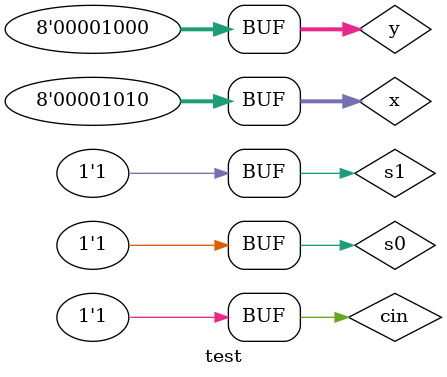
<source format=v>
module Full_Adder(x,y,cin,cout,sum);
  input x,y,cin;
  output cout,sum;
  wire w1,w2,w3;
  and (w1,x,y);
  and (w2,x,cin);
  and (w3,y,cin);
  or (cout,w2,w3,w1);
  xor (sum,x,y,cin);
  
endmodule

module Full_Adder_8bit (x, y, cin, cout, sum);
  
  input cin;
  input [7:0] x,y;
  output cout;
  output [7:0] sum;
  wire c0,c1,c2,c3,c4,c5,c6;
  Full_Adder bit0(.x(x[0]),.y(y[0]),.cin(cin),.cout(c0),.sum(sum[0]));
  Full_Adder bit1(.x(x[1]),.y(y[1]),.cin(c0),.cout(c1),.sum(sum[1]));
  Full_Adder bit2(.x(x[2]),.y(y[2]),.cin(c1),.cout(c2),.sum(sum[2]));
  Full_Adder bit3(.x(x[3]),.y(y[3]),.cin(c2),.cout(c3),.sum(sum[3]));
  Full_Adder bit4(.x(x[4]),.y(y[4]),.cin(c3),.cout(c4),.sum(sum[4]));
  Full_Adder bit5(.x(x[5]),.y(y[5]),.cin(c4),.cout(c5),.sum(sum[5]));
  Full_Adder bit6(.x(x[6]),.y(y[6]),.cin(c5),.cout(c6),.sum(sum[6]));
  Full_Adder bit7(.x(x[7]),.y(y[7]),.cin(c6),.cout(cout),.sum(sum[7]));
  
endmodule 

module mux2x1(i0,i1,s,f);
        input i0,i1,s;
        output f;
        wire w0,w1,w2;
        not(w0,s);
        and(w1,i0,w0);
        and(w2,i1,s);
        or(f,w1,w2);
endmodule

module mux4x1(i0,i1,i2,i3,s0,s1,f);
        input i0,i1,i2,i3,s0,s1;
        output f;
        wire w0,w1;
        mux2x1 mux0(.i0(i0),.i1(i1),.s(s0),.f(w0));
        mux2x1 mux1(.i0(i2),.i1(i3),.s(s0),.f(w1));
        mux2x1 mux3(.i0(w0),.i1(w1),.s(s1),.f(f));
endmodule

module mux8x1(i0,i1,i2,i3,i4,i5,i6,i7,s0,s1,s2,f);
    input i0,i1,i2,i3,i4,i5,i6,i7,s0,s1,s2;
    output f;
    wire w0,w1;
    mux4x1 mux0(.i0(i0),.i1(i1),.i2(i2),.i3(i3),.s0(s0),.s1(s1),.f(w0));
    mux4x1 mux1(.i0(i4),.i1(i5),.i2(i6),.i3(i7),.s0(s0),.s1(s1),.f(w1));
    mux2x1 mux2(.i0(w0),.i1(w1),.s(s2),.f(f));
endmodule

module mux8x1_8bit(i0,i1,i2,i3,i4,i5,i6,i7,s0,s1,s2,f);
    input [7:0]i0,i1,i2,i3,i4,i5,i6,i7;
    input s0,s1,s2;
    output [7:0]f;

    mux8x1 mux0(.i0(i0[0]),.i1(i1[0]),.i2(i2[0]),.i3(i3[0]),.i4(i4[0]),.i5(i5[0]),.i6(i6[0]),.i7(i7[0]),.s0(s0),.s1(s1),.s2(s2),.f(f[0]));
    mux8x1 mux1(.i0(i0[1]),.i1(i1[1]),.i2(i2[1]),.i3(i3[1]),.i4(i4[1]),.i5(i5[1]),.i6(i6[1]),.i7(i7[1]),.s0(s0),.s1(s1),.s2(s2),.f(f[1]));
    mux8x1 mux2(.i0(i0[2]),.i1(i1[2]),.i2(i2[2]),.i3(i3[2]),.i4(i4[2]),.i5(i5[2]),.i6(i6[2]),.i7(i7[2]),.s0(s0),.s1(s1),.s2(s2),.f(f[2]));
    mux8x1 mux3(.i0(i0[3]),.i1(i1[3]),.i2(i2[3]),.i3(i3[3]),.i4(i4[3]),.i5(i5[3]),.i6(i6[3]),.i7(i7[3]),.s0(s0),.s1(s1),.s2(s2),.f(f[3]));
    mux8x1 mux4(.i0(i0[4]),.i1(i1[4]),.i2(i2[4]),.i3(i3[4]),.i4(i4[4]),.i5(i5[4]),.i6(i6[4]),.i7(i7[4]),.s0(s0),.s1(s1),.s2(s2),.f(f[4]));
    mux8x1 mux5(.i0(i0[5]),.i1(i1[5]),.i2(i2[5]),.i3(i3[5]),.i4(i4[5]),.i5(i5[5]),.i6(i6[5]),.i7(i7[5]),.s0(s0),.s1(s1),.s2(s2),.f(f[5]));
    mux8x1 mux6(.i0(i0[6]),.i1(i1[6]),.i2(i2[6]),.i3(i3[6]),.i4(i4[6]),.i5(i5[6]),.i6(i6[6]),.i7(i7[6]),.s0(s0),.s1(s1),.s2(s2),.f(f[6]));
    mux8x1 mux7(.i0(i0[7]),.i1(i1[7]),.i2(i2[7]),.i3(i3[7]),.i4(i4[7]),.i5(i5[7]),.i6(i6[7]),.i7(i7[7]),.s0(s0),.s1(s1),.s2(s2),.f(f[7]));
endmodule


module au(x,y,s0,s1,cin,cout,f);
    input [7:0]x,y;
    input s0,s1,cin;
    output [7:0]f;
    output cout;
    wire [7:0]notY,w1,w2,w3,w4,w5,w6;
    wire cout1,cout2,cout3,cout4,cout5,cout6;
    
    not(notY[0],y[0]);
    not(notY[1],y[1]);
    not(notY[2],y[2]);
    not(notY[3],y[3]);
    not(notY[4],y[4]);
    not(notY[5],y[5]);
    not(notY[6],y[6]);
    not(notY[7],y[7]);
    
    
    
    Full_Adder_8bit full0(.x(x), .y(8'b00000001), .cin(1'b0), .cout(cout1), .sum(w1));
    Full_Adder_8bit full1(.x(x), .y(y), .cin(1'b0), .cout(cout2), .sum(w2));
    Full_Adder_8bit full2(.x(x), .y(y), .cin(1'b1), .cout(cout3), .sum(w3));
    Full_Adder_8bit full3(.x(x), .y(notY), .cin(1'b1), .cout(cout4), .sum(w4));
    Full_Adder_8bit full4(.x(x), .y(notY), .cin(1'b0), .cout(cout5), .sum(w5));
    Full_Adder_8bit full5(.x(x), .y(8'b11111110), .cin(1'b1), .cout(cout6), .sum(w6));
    
    mux8x1_8bit muxF(.i0(x),.i1(w1),.i2(w2),.i3(w3),.i4(w4),.i5(w5),.i6(w6),.i7(y),.s0(cin),.s1(s0),.s2(s1),.f(f));
    mux8x1 muxF1(.i0(1'b0),.i1(cout1),.i2(cout2),.i3(cout3),.i4(cout4),.i5(cout5),.i6(cout6),.i7(1'b0),.s0(s0),.s1(s1),.s2(s2),.f(cout));
    
endmodule

module test;
    reg [7:0]x,y;
    reg s0,s1,cin;
    wire cout;
    wire [7:0]f;
    
    au au(.x(x),.y(y),.s0(s0),.s1(s1),.cin(cin),.cout(cout),.f(f));
    initial begin
        $monitor("x= %b , y= %b , s0= %b ,s1= %b, cin= %b | cout= %b , f=>%b",x,y,s0,s1,cin,cout,f);
        x=8'b00001010;y=8'b00001000;
        s0=1'b0;s1=1'b0;cin=1'b0;
        #5
        s0=1'b0;s1=1'b0;cin=1'b1;
        #5
        s0=1'b1;s1=1'b0;cin=1'b0;
        #5
        s0=1'b1;s1=1'b0;cin=1'b1;
        #5
        s0=1'b0;s1=1'b1;cin=1'b0;
        #5
        s0=1'b0;s1=1'b1;cin=1'b1;
        #5
        s0=1'b1;s1=1'b1;cin=1'b0;
        #5
        s0=1'b1;s1=1'b1;cin=1'b1;     
    end
endmodule

</source>
